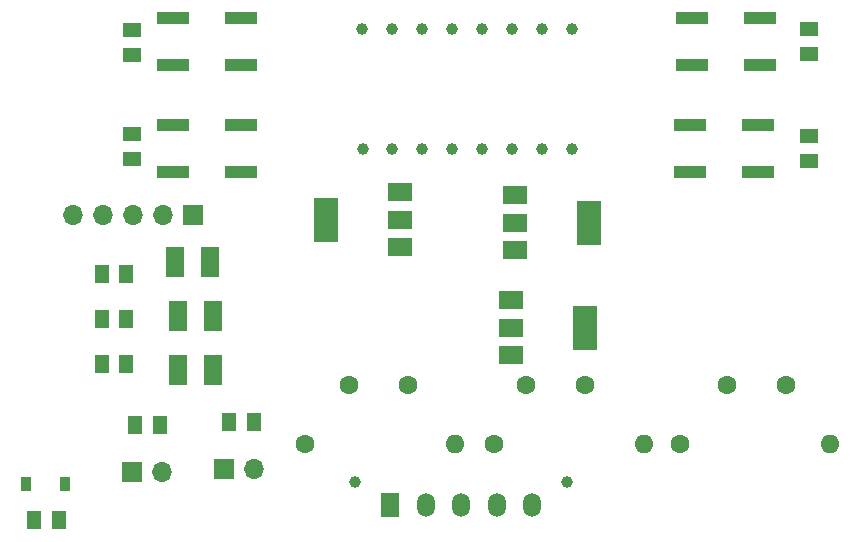
<source format=gbr>
G04 #@! TF.GenerationSoftware,KiCad,Pcbnew,no-vcs-found-a35cc44~61~ubuntu16.04.1*
G04 #@! TF.CreationDate,2018-02-08T08:45:13-05:00*
G04 #@! TF.ProjectId,D21_2550,4432315F323535302E6B696361645F70,rev?*
G04 #@! TF.SameCoordinates,Original*
G04 #@! TF.FileFunction,Soldermask,Top*
G04 #@! TF.FilePolarity,Negative*
%FSLAX46Y46*%
G04 Gerber Fmt 4.6, Leading zero omitted, Abs format (unit mm)*
G04 Created by KiCad (PCBNEW no-vcs-found-a35cc44~61~ubuntu16.04.1) date Thu Feb  8 08:45:13 2018*
%MOMM*%
%LPD*%
G01*
G04 APERTURE LIST*
%ADD10R,1.145000X1.500000*%
%ADD11R,1.500000X1.145000*%
%ADD12R,2.000000X3.800000*%
%ADD13R,2.000000X1.500000*%
%ADD14C,1.000000*%
%ADD15R,1.500000X2.000000*%
%ADD16O,1.500000X2.000000*%
%ADD17R,1.700000X1.700000*%
%ADD18O,1.700000X1.700000*%
%ADD19C,1.600000*%
%ADD20R,0.900000X1.200000*%
%ADD21O,1.600000X1.600000*%
%ADD22R,2.750000X1.000000*%
%ADD23R,1.500000X2.600000*%
G04 APERTURE END LIST*
D10*
X85500000Y-93500000D03*
X83415000Y-93500000D03*
X91939000Y-85436000D03*
X94024000Y-85436000D03*
X102000000Y-85190000D03*
X99915000Y-85190000D03*
D11*
X91640000Y-51997500D03*
X91640000Y-54082500D03*
X91640000Y-60810000D03*
X91640000Y-62895000D03*
X149000000Y-51915000D03*
X149000000Y-54000000D03*
X149000000Y-61000000D03*
X149000000Y-63085000D03*
D10*
X89101000Y-80264000D03*
X91186000Y-80264000D03*
X91186000Y-76454000D03*
X89101000Y-76454000D03*
X89101000Y-72644000D03*
X91186000Y-72644000D03*
D12*
X108090000Y-68050000D03*
D13*
X114390000Y-68050000D03*
X114390000Y-65750000D03*
X114390000Y-70350000D03*
X124100000Y-66000000D03*
X124100000Y-70600000D03*
X124100000Y-68300000D03*
D12*
X130400000Y-68300000D03*
X130060000Y-77190000D03*
D13*
X123760000Y-77190000D03*
X123760000Y-79490000D03*
X123760000Y-74890000D03*
D14*
X110538000Y-90242000D03*
X128538000Y-90242000D03*
D15*
X113538000Y-92202000D03*
D16*
X116538000Y-92202000D03*
X119538000Y-92202000D03*
X122538000Y-92202000D03*
X125538000Y-92202000D03*
D17*
X91694000Y-89408000D03*
D18*
X94234000Y-89408000D03*
X102040000Y-89190000D03*
D17*
X99500000Y-89190000D03*
X96830000Y-67690000D03*
D18*
X94290000Y-67690000D03*
X91750000Y-67690000D03*
X89210000Y-67690000D03*
X86670000Y-67690000D03*
D19*
X125050000Y-82030000D03*
X130050000Y-82030000D03*
X115050000Y-82030000D03*
X110050000Y-82030000D03*
X142050000Y-82030000D03*
X147050000Y-82030000D03*
D20*
X82678000Y-90424000D03*
X85978000Y-90424000D03*
D19*
X122350000Y-87030000D03*
D21*
X135050000Y-87030000D03*
X119050000Y-87030000D03*
D19*
X106350000Y-87030000D03*
X138050000Y-87030000D03*
D21*
X150750000Y-87030000D03*
D14*
X111230000Y-62080000D03*
X113650000Y-62080000D03*
X116190000Y-62080000D03*
X118730000Y-62080000D03*
X121270000Y-62080000D03*
X123810000Y-62080000D03*
X126350000Y-62080000D03*
X128890000Y-62080000D03*
X128890000Y-51920000D03*
X126350000Y-51920000D03*
X123810000Y-51920000D03*
X121270000Y-51920000D03*
X118730000Y-51920000D03*
X116190000Y-51920000D03*
X113650000Y-51920000D03*
X111110000Y-51920000D03*
D22*
X100880000Y-51000000D03*
X95120000Y-51000000D03*
X95120000Y-55000000D03*
X100880000Y-55000000D03*
X100880000Y-60000000D03*
X95120000Y-60000000D03*
X95120000Y-64000000D03*
X100880000Y-64000000D03*
X144880000Y-51000000D03*
X139120000Y-51000000D03*
X139120000Y-55000000D03*
X144880000Y-55000000D03*
X144670000Y-64000000D03*
X138910000Y-64000000D03*
X138910000Y-60000000D03*
X144670000Y-60000000D03*
D23*
X98552000Y-80772000D03*
X95552000Y-80772000D03*
X95528000Y-76200000D03*
X98528000Y-76200000D03*
X98298000Y-71628000D03*
X95298000Y-71628000D03*
M02*

</source>
